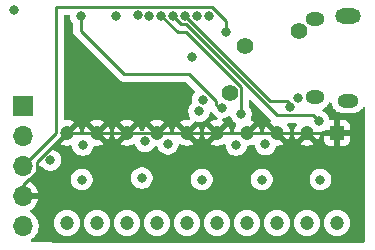
<source format=gbr>
%TF.GenerationSoftware,KiCad,Pcbnew,9.0.3*%
%TF.CreationDate,2025-08-22T13:27:39-06:00*%
%TF.ProjectId,SWAG_BAR_LED_ARM,53574147-5f42-4415-925f-4c45445f4152,rev?*%
%TF.SameCoordinates,Original*%
%TF.FileFunction,Copper,L2,Inr*%
%TF.FilePolarity,Positive*%
%FSLAX46Y46*%
G04 Gerber Fmt 4.6, Leading zero omitted, Abs format (unit mm)*
G04 Created by KiCad (PCBNEW 9.0.3) date 2025-08-22 13:27:39*
%MOMM*%
%LPD*%
G01*
G04 APERTURE LIST*
%TA.AperFunction,ComponentPad*%
%ADD10C,1.400000*%
%TD*%
%TA.AperFunction,ComponentPad*%
%ADD11O,1.800000X1.150000*%
%TD*%
%TA.AperFunction,ComponentPad*%
%ADD12O,1.600000X1.200000*%
%TD*%
%TA.AperFunction,ComponentPad*%
%ADD13O,2.200000X1.300000*%
%TD*%
%TA.AperFunction,ComponentPad*%
%ADD14R,1.700000X1.700000*%
%TD*%
%TA.AperFunction,ComponentPad*%
%ADD15O,1.700000X1.700000*%
%TD*%
%TA.AperFunction,ComponentPad*%
%ADD16R,1.200000X1.200000*%
%TD*%
%TA.AperFunction,ComponentPad*%
%ADD17C,1.200000*%
%TD*%
%TA.AperFunction,ViaPad*%
%ADD18C,0.800000*%
%TD*%
%TA.AperFunction,Conductor*%
%ADD19C,0.250000*%
%TD*%
G04 APERTURE END LIST*
D10*
%TO.N,/D-*%
%TO.C,TP3*%
X96000000Y-96650000D03*
%TD*%
%TO.N,+5V*%
%TO.C,TP2*%
X101800000Y-91450000D03*
%TD*%
%TO.N,/D+*%
%TO.C,TP1*%
X97300000Y-92700000D03*
%TD*%
D11*
%TO.N,GND*%
%TO.C,J3*%
X105979000Y-97326000D03*
D12*
X103179000Y-97026000D03*
X103179000Y-90426000D03*
D13*
X105979000Y-90126000D03*
%TD*%
D14*
%TO.N,/SWDIO*%
%TO.C,J1*%
X78435200Y-97790000D03*
D15*
%TO.N,/SWCLK*%
X78435200Y-100330000D03*
%TO.N,/RST*%
X78435200Y-102870000D03*
%TO.N,+3V3*%
X78435200Y-105410000D03*
%TO.N,GND*%
X78435200Y-107950000D03*
%TD*%
D16*
%TO.N,+3V3*%
%TO.C,BAR1*%
X105048500Y-100056500D03*
D17*
X102508500Y-100056500D03*
X99968500Y-100056500D03*
X97428500Y-100056500D03*
X94888500Y-100056500D03*
X92348500Y-100056500D03*
X89808500Y-100056500D03*
X87268500Y-100056500D03*
X84728500Y-100056500D03*
X82188500Y-100056500D03*
%TO.N,/L9*%
X82188500Y-107676500D03*
%TO.N,/L8*%
X84728500Y-107676500D03*
%TO.N,/L7*%
X87268500Y-107676500D03*
%TO.N,/L6*%
X89808500Y-107676500D03*
%TO.N,/L5*%
X92348500Y-107676500D03*
%TO.N,/L4*%
X94888500Y-107676500D03*
%TO.N,/L3*%
X97428500Y-107676500D03*
%TO.N,/L2*%
X99968500Y-107676500D03*
%TO.N,/L1*%
X102508500Y-107676500D03*
%TO.N,/L0*%
X105048500Y-107676500D03*
%TD*%
D18*
%TO.N,+5V*%
X101784553Y-97135995D03*
%TO.N,/SWDIO*%
X93170397Y-90132500D03*
%TO.N,/SWCLK*%
X77673200Y-89662000D03*
X94169900Y-90132500D03*
%TO.N,GND*%
X88519000Y-103886000D03*
X92811600Y-93675200D03*
X83439000Y-104013000D03*
X103632000Y-104013000D03*
X98679000Y-104013000D03*
X93599000Y-104013000D03*
%TO.N,/RST*%
X95632674Y-91525171D03*
%TO.N,/Sig_L1*%
X103505000Y-99060000D03*
X91171391Y-90132500D03*
%TO.N,/Sig_L0*%
X92170894Y-90132500D03*
X101087601Y-97852418D03*
%TO.N,/Sig_L8*%
X88803124Y-100780607D03*
X80782949Y-102359649D03*
%TO.N,/SW_1*%
X93675200Y-97282000D03*
X86309200Y-90132000D03*
%TO.N,/Sig_L9*%
X90728800Y-100987501D03*
X83515200Y-101092000D03*
%TO.N,/Sig_L2*%
X90171888Y-90132500D03*
X96520000Y-101092000D03*
X96926400Y-98450400D03*
%TO.N,/Sig_L3*%
X89172385Y-90132500D03*
X98990102Y-101021797D03*
%TO.N,/Sig_L4*%
X93364044Y-98231352D03*
X88188800Y-90119200D03*
%TO.N,/Sig_L5*%
X83341586Y-90132500D03*
X95315818Y-97923465D03*
%TD*%
D19*
%TO.N,/Sig_L5*%
X83341586Y-91397960D02*
X83341586Y-90132500D01*
X87026514Y-95082888D02*
X83341586Y-91397960D01*
X94792800Y-97374295D02*
X92501393Y-95082888D01*
X92501393Y-95082888D02*
X87026514Y-95082888D01*
X94792800Y-97642800D02*
X94792800Y-97374295D01*
X95073465Y-97923465D02*
X94792800Y-97642800D01*
X95315818Y-97923465D02*
X95073465Y-97923465D01*
%TO.N,+3V3*%
X78435200Y-105410000D02*
X78435200Y-104495600D01*
X102508500Y-100056500D02*
X94888500Y-100056500D01*
X84728500Y-100056500D02*
X82188500Y-100056500D01*
X78435200Y-104495600D02*
X78885800Y-104045000D01*
X89808500Y-100056500D02*
X87268500Y-100056500D01*
X78921901Y-104045000D02*
X79610200Y-103356701D01*
X78885800Y-104045000D02*
X78921901Y-104045000D01*
X105048500Y-100056500D02*
X102508500Y-100056500D01*
X82042000Y-100203000D02*
X82188500Y-100056500D01*
X94888500Y-100056500D02*
X92348500Y-100056500D01*
X79610200Y-102507800D02*
X82061500Y-100056500D01*
X79610200Y-103356701D02*
X79610200Y-102507800D01*
X92348500Y-100056500D02*
X89808500Y-100056500D01*
X82061500Y-100056500D02*
X82188500Y-100056500D01*
X87268500Y-100056500D02*
X84728500Y-100056500D01*
%TO.N,/RST*%
X86007895Y-89408000D02*
X81263500Y-89408000D01*
X95632674Y-90569969D02*
X94470705Y-89408000D01*
X88502905Y-89408000D02*
X88489105Y-89394200D01*
X86021695Y-89394200D02*
X86007895Y-89408000D01*
X94470705Y-89408000D02*
X88502905Y-89408000D01*
X81263500Y-100041700D02*
X78435200Y-102870000D01*
X81263500Y-89408000D02*
X81263500Y-100041700D01*
X88489105Y-89394200D02*
X86021695Y-89394200D01*
X95632674Y-91525171D02*
X95632674Y-90569969D01*
%TO.N,/Sig_L1*%
X99953614Y-98577418D02*
X103022418Y-98577418D01*
X91171391Y-90158302D02*
X91870589Y-90857500D01*
X91171391Y-90132500D02*
X91171391Y-90158302D01*
X92233696Y-90857500D02*
X99953614Y-98577418D01*
X103022418Y-98577418D02*
X103505000Y-99060000D01*
X91870589Y-90857500D02*
X92233696Y-90857500D01*
%TO.N,/Sig_L0*%
X99396192Y-97383600D02*
X100888800Y-97383600D01*
X100888800Y-97653617D02*
X101087601Y-97852418D01*
X92170894Y-90158302D02*
X99396192Y-97383600D01*
X92170894Y-90132500D02*
X92170894Y-90158302D01*
X100888800Y-97383600D02*
X100888800Y-97653617D01*
%TO.N,/Sig_L2*%
X92292500Y-91552700D02*
X91566286Y-91552700D01*
X96926400Y-96186600D02*
X92292500Y-91552700D01*
X96926400Y-98450400D02*
X96926400Y-96186600D01*
X91566286Y-91552700D02*
X90171888Y-90158302D01*
X90171888Y-90158302D02*
X90171888Y-90132500D01*
%TD*%
%TA.AperFunction,Conductor*%
%TO.N,+3V3*%
G36*
X82376125Y-90061185D02*
G01*
X82421880Y-90113989D01*
X82433086Y-90165500D01*
X82433086Y-90221983D01*
X82467997Y-90397492D01*
X82467999Y-90397500D01*
X82536482Y-90562832D01*
X82536487Y-90562842D01*
X82635907Y-90711634D01*
X82635910Y-90711638D01*
X82671766Y-90747493D01*
X82705252Y-90808815D01*
X82708086Y-90835175D01*
X82708086Y-91460358D01*
X82732429Y-91582737D01*
X82732431Y-91582745D01*
X82780184Y-91698032D01*
X82780189Y-91698041D01*
X82849514Y-91801792D01*
X82849517Y-91801796D01*
X86534443Y-95486721D01*
X86583357Y-95535635D01*
X86622682Y-95574960D01*
X86726432Y-95644284D01*
X86726438Y-95644287D01*
X86726439Y-95644288D01*
X86841729Y-95692043D01*
X86964115Y-95716387D01*
X86964119Y-95716388D01*
X86964120Y-95716388D01*
X92187627Y-95716388D01*
X92254666Y-95736073D01*
X92275308Y-95752707D01*
X93009812Y-96487211D01*
X93043297Y-96548534D01*
X93038313Y-96618226D01*
X93009813Y-96662572D01*
X92969525Y-96702860D01*
X92969521Y-96702865D01*
X92870101Y-96851657D01*
X92870096Y-96851667D01*
X92801613Y-97016999D01*
X92801611Y-97017007D01*
X92766700Y-97192516D01*
X92766700Y-97192521D01*
X92766700Y-97371479D01*
X92778160Y-97429097D01*
X92782373Y-97450274D01*
X92776144Y-97519865D01*
X92748437Y-97562145D01*
X92658365Y-97652217D01*
X92558945Y-97801009D01*
X92558940Y-97801019D01*
X92490457Y-97966351D01*
X92490455Y-97966359D01*
X92455544Y-98141868D01*
X92455544Y-98320835D01*
X92490455Y-98496344D01*
X92490457Y-98496352D01*
X92558940Y-98661684D01*
X92558945Y-98661694D01*
X92636406Y-98777622D01*
X92657284Y-98844300D01*
X92638799Y-98911680D01*
X92586821Y-98958370D01*
X92517851Y-98969546D01*
X92513906Y-98968986D01*
X92435071Y-98956500D01*
X92261929Y-98956500D01*
X92090915Y-98983585D01*
X91926240Y-99037092D01*
X91771980Y-99115693D01*
X91771963Y-99115703D01*
X91765761Y-99120208D01*
X91765761Y-99120209D01*
X92254036Y-99608483D01*
X92172027Y-99630458D01*
X92067773Y-99690649D01*
X91982649Y-99775773D01*
X91922458Y-99880027D01*
X91900483Y-99962036D01*
X91412209Y-99473761D01*
X91412208Y-99473761D01*
X91407703Y-99479963D01*
X91407693Y-99479980D01*
X91329092Y-99634240D01*
X91275585Y-99798915D01*
X91248500Y-99969928D01*
X91248500Y-100033835D01*
X91239309Y-100065133D01*
X91231344Y-100096766D01*
X91229519Y-100098475D01*
X91228815Y-100100874D01*
X91204170Y-100122228D01*
X91180360Y-100144540D01*
X91177900Y-100144991D01*
X91176011Y-100146629D01*
X91143719Y-100151272D01*
X91111641Y-100157166D01*
X91108415Y-100156348D01*
X91106853Y-100156573D01*
X91077415Y-100148548D01*
X91077211Y-100148464D01*
X90993800Y-100113914D01*
X90992317Y-100113619D01*
X90985415Y-100110786D01*
X90962538Y-100092471D01*
X90938042Y-100076407D01*
X90935585Y-100070894D01*
X90930871Y-100067120D01*
X90921528Y-100039346D01*
X90909604Y-100012586D01*
X90908879Y-100001744D01*
X90908594Y-100000897D01*
X90908774Y-100000179D01*
X90908500Y-99996073D01*
X90908500Y-99969928D01*
X90881414Y-99798915D01*
X90827908Y-99634242D01*
X90749301Y-99479971D01*
X90744790Y-99473762D01*
X90744789Y-99473761D01*
X90256516Y-99962035D01*
X90234542Y-99880027D01*
X90174351Y-99775773D01*
X90089227Y-99690649D01*
X89984973Y-99630458D01*
X89902963Y-99608483D01*
X90391237Y-99120209D01*
X90385025Y-99115696D01*
X90230759Y-99037092D01*
X90066084Y-98983585D01*
X89895071Y-98956500D01*
X89721929Y-98956500D01*
X89550915Y-98983585D01*
X89386240Y-99037092D01*
X89231980Y-99115693D01*
X89231963Y-99115703D01*
X89225761Y-99120208D01*
X89225761Y-99120209D01*
X89714036Y-99608483D01*
X89632027Y-99630458D01*
X89527773Y-99690649D01*
X89442649Y-99775773D01*
X89382458Y-99880027D01*
X89360483Y-99962036D01*
X88872209Y-99473761D01*
X88872208Y-99473761D01*
X88867703Y-99479963D01*
X88867693Y-99479980D01*
X88789092Y-99634240D01*
X88734136Y-99803378D01*
X88728563Y-99811526D01*
X88726753Y-99821229D01*
X88709171Y-99839886D01*
X88694698Y-99861053D01*
X88684327Y-99866251D01*
X88678836Y-99872079D01*
X88653529Y-99881689D01*
X88646148Y-99885389D01*
X88643266Y-99886106D01*
X88538124Y-99907020D01*
X88506379Y-99920168D01*
X88497402Y-99922403D01*
X88471357Y-99921316D01*
X88445439Y-99924102D01*
X88437010Y-99919882D01*
X88427593Y-99919490D01*
X88406270Y-99904494D01*
X88382961Y-99892826D01*
X88378151Y-99884719D01*
X88370441Y-99879297D01*
X88360610Y-99855154D01*
X88347310Y-99832736D01*
X88344985Y-99821469D01*
X88341412Y-99798910D01*
X88287908Y-99634242D01*
X88209301Y-99479971D01*
X88204790Y-99473762D01*
X88204789Y-99473761D01*
X87716516Y-99962035D01*
X87694542Y-99880027D01*
X87634351Y-99775773D01*
X87549227Y-99690649D01*
X87444973Y-99630458D01*
X87362963Y-99608483D01*
X87851237Y-99120209D01*
X87845025Y-99115696D01*
X87690759Y-99037092D01*
X87526084Y-98983585D01*
X87355071Y-98956500D01*
X87181929Y-98956500D01*
X87010915Y-98983585D01*
X86846240Y-99037092D01*
X86691980Y-99115693D01*
X86691963Y-99115703D01*
X86685761Y-99120208D01*
X86685761Y-99120209D01*
X87174036Y-99608483D01*
X87092027Y-99630458D01*
X86987773Y-99690649D01*
X86902649Y-99775773D01*
X86842458Y-99880027D01*
X86820483Y-99962036D01*
X86332209Y-99473761D01*
X86332208Y-99473761D01*
X86327703Y-99479963D01*
X86327693Y-99479980D01*
X86249092Y-99634240D01*
X86195585Y-99798915D01*
X86168500Y-99969928D01*
X86168500Y-100143071D01*
X86195585Y-100314084D01*
X86249092Y-100478759D01*
X86327696Y-100633025D01*
X86332209Y-100639236D01*
X86332209Y-100639237D01*
X86820483Y-100150963D01*
X86842458Y-100232973D01*
X86902649Y-100337227D01*
X86987773Y-100422351D01*
X87092027Y-100482542D01*
X87174035Y-100504516D01*
X86685761Y-100992789D01*
X86685762Y-100992790D01*
X86691971Y-100997301D01*
X86846242Y-101075908D01*
X87010915Y-101129414D01*
X87181929Y-101156500D01*
X87355071Y-101156500D01*
X87526084Y-101129414D01*
X87690759Y-101075907D01*
X87778765Y-101031065D01*
X87847434Y-101018168D01*
X87912175Y-101044444D01*
X87949622Y-101094096D01*
X87998020Y-101210939D01*
X87998025Y-101210949D01*
X88097445Y-101359741D01*
X88097448Y-101359745D01*
X88223985Y-101486282D01*
X88223989Y-101486285D01*
X88372781Y-101585705D01*
X88372785Y-101585707D01*
X88372788Y-101585709D01*
X88538124Y-101654194D01*
X88713640Y-101689106D01*
X88713644Y-101689107D01*
X88713645Y-101689107D01*
X88892604Y-101689107D01*
X88892605Y-101689106D01*
X89068124Y-101654194D01*
X89233460Y-101585709D01*
X89382259Y-101486285D01*
X89508802Y-101359742D01*
X89608090Y-101211146D01*
X89615135Y-101205258D01*
X89619116Y-101196983D01*
X89641516Y-101183210D01*
X89661700Y-101166342D01*
X89672392Y-101164227D01*
X89678636Y-101160388D01*
X89703670Y-101158039D01*
X89713664Y-101156063D01*
X89736826Y-101156525D01*
X89769019Y-101166679D01*
X89801392Y-101176185D01*
X89802232Y-101177155D01*
X89803459Y-101177542D01*
X89825062Y-101203502D01*
X89847147Y-101228989D01*
X89847701Y-101230707D01*
X89848152Y-101231248D01*
X89848322Y-101232628D01*
X89852909Y-101246831D01*
X89853444Y-101246669D01*
X89855213Y-101252501D01*
X89923696Y-101417833D01*
X89923701Y-101417843D01*
X90023121Y-101566635D01*
X90023124Y-101566639D01*
X90149661Y-101693176D01*
X90149665Y-101693179D01*
X90298457Y-101792599D01*
X90298461Y-101792601D01*
X90298464Y-101792603D01*
X90463800Y-101861088D01*
X90636214Y-101895383D01*
X90639316Y-101896000D01*
X90639320Y-101896001D01*
X90639321Y-101896001D01*
X90818280Y-101896001D01*
X90818281Y-101896000D01*
X90993800Y-101861088D01*
X91159136Y-101792603D01*
X91307935Y-101693179D01*
X91434478Y-101566636D01*
X91533902Y-101417837D01*
X91602387Y-101252501D01*
X91632126Y-101102992D01*
X91664510Y-101041081D01*
X91725226Y-101006507D01*
X91794995Y-101010246D01*
X91810038Y-101016698D01*
X91926242Y-101075908D01*
X92090915Y-101129414D01*
X92261929Y-101156500D01*
X92435071Y-101156500D01*
X92606084Y-101129414D01*
X92770757Y-101075908D01*
X92925025Y-100997303D01*
X92931236Y-100992789D01*
X92442963Y-100504516D01*
X92524973Y-100482542D01*
X92629227Y-100422351D01*
X92714351Y-100337227D01*
X92774542Y-100232973D01*
X92796516Y-100150964D01*
X93284789Y-100639237D01*
X93284789Y-100639236D01*
X93289303Y-100633025D01*
X93367908Y-100478757D01*
X93421414Y-100314084D01*
X93448500Y-100143071D01*
X93448500Y-99969928D01*
X93421414Y-99798915D01*
X93367908Y-99634242D01*
X93289301Y-99479971D01*
X93284790Y-99473762D01*
X93284789Y-99473761D01*
X92796516Y-99962035D01*
X92774542Y-99880027D01*
X92714351Y-99775773D01*
X92629227Y-99690649D01*
X92524973Y-99630458D01*
X92442963Y-99608483D01*
X92932598Y-99118848D01*
X92993921Y-99085363D01*
X93063612Y-99090347D01*
X93067692Y-99091952D01*
X93099044Y-99104939D01*
X93269372Y-99138819D01*
X93274560Y-99139851D01*
X93274564Y-99139852D01*
X93274565Y-99139852D01*
X93453524Y-99139852D01*
X93453525Y-99139851D01*
X93629044Y-99104939D01*
X93794380Y-99036454D01*
X93943179Y-98937030D01*
X94069722Y-98810487D01*
X94169146Y-98661688D01*
X94237631Y-98496352D01*
X94265634Y-98355566D01*
X94298018Y-98293658D01*
X94358734Y-98259084D01*
X94428503Y-98262823D01*
X94485175Y-98303689D01*
X94501811Y-98332305D01*
X94510713Y-98353795D01*
X94510719Y-98353807D01*
X94610139Y-98502599D01*
X94610142Y-98502603D01*
X94736682Y-98629143D01*
X94886725Y-98729398D01*
X94931530Y-98783010D01*
X94940237Y-98852335D01*
X94910083Y-98915362D01*
X94850640Y-98952082D01*
X94817834Y-98956500D01*
X94801929Y-98956500D01*
X94630915Y-98983585D01*
X94466240Y-99037092D01*
X94311980Y-99115693D01*
X94311963Y-99115703D01*
X94305761Y-99120208D01*
X94305761Y-99120209D01*
X94794036Y-99608483D01*
X94712027Y-99630458D01*
X94607773Y-99690649D01*
X94522649Y-99775773D01*
X94462458Y-99880027D01*
X94440483Y-99962036D01*
X93952209Y-99473761D01*
X93952208Y-99473761D01*
X93947703Y-99479963D01*
X93947693Y-99479980D01*
X93869092Y-99634240D01*
X93815585Y-99798915D01*
X93788500Y-99969928D01*
X93788500Y-100143071D01*
X93815585Y-100314084D01*
X93869092Y-100478759D01*
X93947696Y-100633025D01*
X93952209Y-100639236D01*
X93952209Y-100639237D01*
X94440483Y-100150963D01*
X94462458Y-100232973D01*
X94522649Y-100337227D01*
X94607773Y-100422351D01*
X94712027Y-100482542D01*
X94794035Y-100504516D01*
X94305761Y-100992789D01*
X94305762Y-100992790D01*
X94311971Y-100997301D01*
X94466242Y-101075908D01*
X94630915Y-101129414D01*
X94801929Y-101156500D01*
X94975071Y-101156500D01*
X95146084Y-101129414D01*
X95310757Y-101075908D01*
X95431205Y-101014536D01*
X95499874Y-101001640D01*
X95564614Y-101027916D01*
X95604872Y-101085022D01*
X95611500Y-101125021D01*
X95611500Y-101181483D01*
X95646411Y-101356992D01*
X95646413Y-101357000D01*
X95714896Y-101522332D01*
X95714901Y-101522342D01*
X95814321Y-101671134D01*
X95814324Y-101671138D01*
X95940861Y-101797675D01*
X95940865Y-101797678D01*
X96089657Y-101897098D01*
X96089661Y-101897100D01*
X96089664Y-101897102D01*
X96255000Y-101965587D01*
X96430516Y-102000499D01*
X96430520Y-102000500D01*
X96430521Y-102000500D01*
X96609480Y-102000500D01*
X96609481Y-102000499D01*
X96785000Y-101965587D01*
X96950336Y-101897102D01*
X97099135Y-101797678D01*
X97225678Y-101671135D01*
X97325102Y-101522336D01*
X97393587Y-101357000D01*
X97413954Y-101254605D01*
X97446338Y-101192696D01*
X97507054Y-101158122D01*
X97516173Y-101156325D01*
X97686085Y-101129413D01*
X97850756Y-101075908D01*
X97908013Y-101046733D01*
X97976682Y-101033836D01*
X98041423Y-101060111D01*
X98081681Y-101117216D01*
X98085927Y-101133025D01*
X98116513Y-101286791D01*
X98116515Y-101286797D01*
X98184998Y-101452129D01*
X98185003Y-101452139D01*
X98284423Y-101600931D01*
X98284426Y-101600935D01*
X98410963Y-101727472D01*
X98410967Y-101727475D01*
X98559759Y-101826895D01*
X98559763Y-101826897D01*
X98559766Y-101826899D01*
X98725102Y-101895384D01*
X98895641Y-101929306D01*
X98900618Y-101930296D01*
X98900622Y-101930297D01*
X98900623Y-101930297D01*
X99079582Y-101930297D01*
X99079583Y-101930296D01*
X99255102Y-101895384D01*
X99420438Y-101826899D01*
X99569237Y-101727475D01*
X99695780Y-101600932D01*
X99795204Y-101452133D01*
X99863689Y-101286797D01*
X99867669Y-101266789D01*
X99869754Y-101256309D01*
X99902139Y-101194398D01*
X99962855Y-101159824D01*
X99991371Y-101156500D01*
X100055071Y-101156500D01*
X100226084Y-101129414D01*
X100390757Y-101075908D01*
X100545025Y-100997303D01*
X100551237Y-100992789D01*
X100062963Y-100504516D01*
X100144973Y-100482542D01*
X100249227Y-100422351D01*
X100334351Y-100337227D01*
X100394542Y-100232973D01*
X100416516Y-100150963D01*
X100904789Y-100639236D01*
X100909303Y-100633025D01*
X100987908Y-100478757D01*
X101041414Y-100314084D01*
X101068500Y-100143071D01*
X101068500Y-99969928D01*
X101041414Y-99798915D01*
X100987908Y-99634242D01*
X100909301Y-99479971D01*
X100856869Y-99407803D01*
X100833389Y-99341997D01*
X100849215Y-99273943D01*
X100899321Y-99225248D01*
X100957187Y-99210918D01*
X101519813Y-99210918D01*
X101586852Y-99230603D01*
X101632607Y-99283407D01*
X101642551Y-99352565D01*
X101620131Y-99407803D01*
X101567698Y-99479971D01*
X101489091Y-99634242D01*
X101435585Y-99798915D01*
X101408500Y-99969928D01*
X101408500Y-100143071D01*
X101435585Y-100314084D01*
X101489092Y-100478759D01*
X101567696Y-100633025D01*
X101572209Y-100639236D01*
X101572209Y-100639237D01*
X102060483Y-100150962D01*
X102082458Y-100232973D01*
X102142649Y-100337227D01*
X102227773Y-100422351D01*
X102332027Y-100482542D01*
X102414035Y-100504516D01*
X101925761Y-100992789D01*
X101925762Y-100992790D01*
X101931971Y-100997301D01*
X102086242Y-101075908D01*
X102250915Y-101129414D01*
X102421929Y-101156500D01*
X102595071Y-101156500D01*
X102766084Y-101129414D01*
X102930757Y-101075908D01*
X103085025Y-100997303D01*
X103091236Y-100992789D01*
X103091237Y-100992789D01*
X102602964Y-100504516D01*
X102684973Y-100482542D01*
X102789227Y-100422351D01*
X102874351Y-100337227D01*
X102934542Y-100232973D01*
X102956516Y-100150963D01*
X103444789Y-100639236D01*
X103449303Y-100633025D01*
X103527908Y-100478757D01*
X103581414Y-100314084D01*
X103593823Y-100235740D01*
X103593823Y-100235739D01*
X103608500Y-100143072D01*
X103608500Y-100067475D01*
X103628185Y-100000436D01*
X103680989Y-99954681D01*
X103708303Y-99945859D01*
X103770000Y-99933587D01*
X103935336Y-99865102D01*
X103991765Y-99827397D01*
X104058441Y-99806520D01*
X104060655Y-99806500D01*
X104664909Y-99806500D01*
X104622458Y-99880027D01*
X104591300Y-99996308D01*
X104591300Y-100116692D01*
X104622458Y-100232973D01*
X104664909Y-100306500D01*
X103948500Y-100306500D01*
X103948500Y-100704344D01*
X103954901Y-100763872D01*
X103954903Y-100763879D01*
X104005145Y-100898586D01*
X104005149Y-100898593D01*
X104091309Y-101013687D01*
X104091312Y-101013690D01*
X104206406Y-101099850D01*
X104206413Y-101099854D01*
X104341120Y-101150096D01*
X104341127Y-101150098D01*
X104400655Y-101156499D01*
X104400672Y-101156500D01*
X104798500Y-101156500D01*
X104798500Y-100440091D01*
X104872027Y-100482542D01*
X104988308Y-100513700D01*
X105108692Y-100513700D01*
X105224973Y-100482542D01*
X105298500Y-100440091D01*
X105298500Y-101156500D01*
X105696328Y-101156500D01*
X105696344Y-101156499D01*
X105755872Y-101150098D01*
X105755879Y-101150096D01*
X105890586Y-101099854D01*
X105890593Y-101099850D01*
X106005687Y-101013690D01*
X106005690Y-101013687D01*
X106091850Y-100898593D01*
X106091854Y-100898586D01*
X106142096Y-100763879D01*
X106142098Y-100763872D01*
X106148499Y-100704344D01*
X106148500Y-100704327D01*
X106148500Y-100306500D01*
X105432091Y-100306500D01*
X105474542Y-100232973D01*
X105505700Y-100116692D01*
X105505700Y-99996308D01*
X105474542Y-99880027D01*
X105432091Y-99806500D01*
X106148500Y-99806500D01*
X106148500Y-99408672D01*
X106148499Y-99408655D01*
X106142098Y-99349127D01*
X106142096Y-99349120D01*
X106091854Y-99214413D01*
X106091850Y-99214406D01*
X106005690Y-99099312D01*
X106005687Y-99099309D01*
X105890593Y-99013149D01*
X105890586Y-99013145D01*
X105755879Y-98962903D01*
X105755872Y-98962901D01*
X105696344Y-98956500D01*
X105298500Y-98956500D01*
X105298500Y-99672908D01*
X105224973Y-99630458D01*
X105108692Y-99599300D01*
X104988308Y-99599300D01*
X104872027Y-99630458D01*
X104798500Y-99672908D01*
X104798500Y-98956500D01*
X104512475Y-98956500D01*
X104445436Y-98936815D01*
X104399681Y-98884011D01*
X104390859Y-98856696D01*
X104378587Y-98795000D01*
X104310102Y-98629664D01*
X104310100Y-98629661D01*
X104310098Y-98629657D01*
X104210678Y-98480865D01*
X104210675Y-98480861D01*
X104084138Y-98354324D01*
X104084134Y-98354321D01*
X103935342Y-98254901D01*
X103935332Y-98254896D01*
X103893424Y-98237537D01*
X103839020Y-98193695D01*
X103816956Y-98127401D01*
X103834236Y-98059702D01*
X103884581Y-98012492D01*
X103959981Y-97974074D01*
X104101139Y-97871517D01*
X104224517Y-97748139D01*
X104327074Y-97606981D01*
X104363165Y-97536148D01*
X104411138Y-97485354D01*
X104478959Y-97468558D01*
X104545094Y-97491095D01*
X104588546Y-97545810D01*
X104596121Y-97573038D01*
X104597179Y-97579716D01*
X104649881Y-97741916D01*
X104649885Y-97741926D01*
X104727306Y-97893874D01*
X104727310Y-97893882D01*
X104740817Y-97912472D01*
X104827553Y-98031853D01*
X104948147Y-98152447D01*
X105004920Y-98193695D01*
X105086117Y-98252689D01*
X105086119Y-98252690D01*
X105086122Y-98252692D01*
X105238081Y-98330118D01*
X105400280Y-98382820D01*
X105568727Y-98409500D01*
X105568728Y-98409500D01*
X106389272Y-98409500D01*
X106389273Y-98409500D01*
X106557720Y-98382820D01*
X106719919Y-98330118D01*
X106871878Y-98252692D01*
X107009853Y-98152447D01*
X107130447Y-98031853D01*
X107217183Y-97912470D01*
X107272512Y-97869807D01*
X107342125Y-97863828D01*
X107403920Y-97896434D01*
X107438278Y-97957273D01*
X107441500Y-97985358D01*
X107441500Y-109222500D01*
X107421815Y-109289539D01*
X107369011Y-109335294D01*
X107317500Y-109346500D01*
X82629547Y-109346500D01*
X82629134Y-109346499D01*
X79221132Y-109335157D01*
X79154159Y-109315250D01*
X79108580Y-109262294D01*
X79098867Y-109193103D01*
X79128103Y-109129644D01*
X79148660Y-109110840D01*
X79181099Y-109087271D01*
X79320204Y-108986206D01*
X79471406Y-108835004D01*
X79597094Y-108662009D01*
X79694172Y-108471483D01*
X79760249Y-108268116D01*
X79793700Y-108056916D01*
X79793700Y-107843084D01*
X79760249Y-107631884D01*
X79760248Y-107631880D01*
X79757267Y-107622704D01*
X79746400Y-107589259D01*
X81080000Y-107589259D01*
X81080000Y-107763740D01*
X81107295Y-107936075D01*
X81161210Y-108102013D01*
X81161211Y-108102016D01*
X81240428Y-108257484D01*
X81342977Y-108398632D01*
X81342981Y-108398637D01*
X81466362Y-108522018D01*
X81466367Y-108522022D01*
X81589484Y-108611471D01*
X81607519Y-108624574D01*
X81680989Y-108662009D01*
X81762983Y-108703788D01*
X81762986Y-108703789D01*
X81824006Y-108723615D01*
X81928926Y-108757705D01*
X82101259Y-108785000D01*
X82101260Y-108785000D01*
X82275740Y-108785000D01*
X82275741Y-108785000D01*
X82448074Y-108757705D01*
X82614016Y-108703788D01*
X82769481Y-108624574D01*
X82910639Y-108522017D01*
X83034017Y-108398639D01*
X83136574Y-108257481D01*
X83215788Y-108102016D01*
X83269705Y-107936074D01*
X83297000Y-107763741D01*
X83297000Y-107589259D01*
X83620000Y-107589259D01*
X83620000Y-107763740D01*
X83647295Y-107936075D01*
X83701210Y-108102013D01*
X83701211Y-108102016D01*
X83780428Y-108257484D01*
X83882977Y-108398632D01*
X83882981Y-108398637D01*
X84006362Y-108522018D01*
X84006367Y-108522022D01*
X84129484Y-108611471D01*
X84147519Y-108624574D01*
X84220989Y-108662009D01*
X84302983Y-108703788D01*
X84302986Y-108703789D01*
X84364006Y-108723615D01*
X84468926Y-108757705D01*
X84641259Y-108785000D01*
X84641260Y-108785000D01*
X84815740Y-108785000D01*
X84815741Y-108785000D01*
X84988074Y-108757705D01*
X85154016Y-108703788D01*
X85309481Y-108624574D01*
X85450639Y-108522017D01*
X85574017Y-108398639D01*
X85676574Y-108257481D01*
X85755788Y-108102016D01*
X85809705Y-107936074D01*
X85837000Y-107763741D01*
X85837000Y-107589259D01*
X86160000Y-107589259D01*
X86160000Y-107763740D01*
X86187295Y-107936075D01*
X86241210Y-108102013D01*
X86241211Y-108102016D01*
X86320428Y-108257484D01*
X86422977Y-108398632D01*
X86422981Y-108398637D01*
X86546362Y-108522018D01*
X86546367Y-108522022D01*
X86669484Y-108611471D01*
X86687519Y-108624574D01*
X86760989Y-108662009D01*
X86842983Y-108703788D01*
X86842986Y-108703789D01*
X86904006Y-108723615D01*
X87008926Y-108757705D01*
X87181259Y-108785000D01*
X87181260Y-108785000D01*
X87355740Y-108785000D01*
X87355741Y-108785000D01*
X87528074Y-108757705D01*
X87694016Y-108703788D01*
X87849481Y-108624574D01*
X87990639Y-108522017D01*
X88114017Y-108398639D01*
X88216574Y-108257481D01*
X88295788Y-108102016D01*
X88349705Y-107936074D01*
X88377000Y-107763741D01*
X88377000Y-107589259D01*
X88700000Y-107589259D01*
X88700000Y-107763740D01*
X88727295Y-107936075D01*
X88781210Y-108102013D01*
X88781211Y-108102016D01*
X88860428Y-108257484D01*
X88962977Y-108398632D01*
X88962981Y-108398637D01*
X89086362Y-108522018D01*
X89086367Y-108522022D01*
X89209484Y-108611471D01*
X89227519Y-108624574D01*
X89300989Y-108662009D01*
X89382983Y-108703788D01*
X89382986Y-108703789D01*
X89444006Y-108723615D01*
X89548926Y-108757705D01*
X89721259Y-108785000D01*
X89721260Y-108785000D01*
X89895740Y-108785000D01*
X89895741Y-108785000D01*
X90068074Y-108757705D01*
X90234016Y-108703788D01*
X90389481Y-108624574D01*
X90530639Y-108522017D01*
X90654017Y-108398639D01*
X90756574Y-108257481D01*
X90835788Y-108102016D01*
X90889705Y-107936074D01*
X90917000Y-107763741D01*
X90917000Y-107589259D01*
X91240000Y-107589259D01*
X91240000Y-107763740D01*
X91267295Y-107936075D01*
X91321210Y-108102013D01*
X91321211Y-108102016D01*
X91400428Y-108257484D01*
X91502977Y-108398632D01*
X91502981Y-108398637D01*
X91626362Y-108522018D01*
X91626367Y-108522022D01*
X91749484Y-108611471D01*
X91767519Y-108624574D01*
X91840989Y-108662009D01*
X91922983Y-108703788D01*
X91922986Y-108703789D01*
X91984006Y-108723615D01*
X92088926Y-108757705D01*
X92261259Y-108785000D01*
X92261260Y-108785000D01*
X92435740Y-108785000D01*
X92435741Y-108785000D01*
X92608074Y-108757705D01*
X92774016Y-108703788D01*
X92929481Y-108624574D01*
X93070639Y-108522017D01*
X93194017Y-108398639D01*
X93296574Y-108257481D01*
X93375788Y-108102016D01*
X93429705Y-107936074D01*
X93457000Y-107763741D01*
X93457000Y-107589259D01*
X93780000Y-107589259D01*
X93780000Y-107763740D01*
X93807295Y-107936075D01*
X93861210Y-108102013D01*
X93861211Y-108102016D01*
X93940428Y-108257484D01*
X94042977Y-108398632D01*
X94042981Y-108398637D01*
X94166362Y-108522018D01*
X94166367Y-108522022D01*
X94289484Y-108611471D01*
X94307519Y-108624574D01*
X94380989Y-108662009D01*
X94462983Y-108703788D01*
X94462986Y-108703789D01*
X94524006Y-108723615D01*
X94628926Y-108757705D01*
X94801259Y-108785000D01*
X94801260Y-108785000D01*
X94975740Y-108785000D01*
X94975741Y-108785000D01*
X95148074Y-108757705D01*
X95314016Y-108703788D01*
X95469481Y-108624574D01*
X95610639Y-108522017D01*
X95734017Y-108398639D01*
X95836574Y-108257481D01*
X95915788Y-108102016D01*
X95969705Y-107936074D01*
X95997000Y-107763741D01*
X95997000Y-107589259D01*
X96320000Y-107589259D01*
X96320000Y-107763740D01*
X96347295Y-107936075D01*
X96401210Y-108102013D01*
X96401211Y-108102016D01*
X96480428Y-108257484D01*
X96582977Y-108398632D01*
X96582981Y-108398637D01*
X96706362Y-108522018D01*
X96706367Y-108522022D01*
X96829484Y-108611471D01*
X96847519Y-108624574D01*
X96920989Y-108662009D01*
X97002983Y-108703788D01*
X97002986Y-108703789D01*
X97064006Y-108723615D01*
X97168926Y-108757705D01*
X97341259Y-108785000D01*
X97341260Y-108785000D01*
X97515740Y-108785000D01*
X97515741Y-108785000D01*
X97688074Y-108757705D01*
X97854016Y-108703788D01*
X98009481Y-108624574D01*
X98150639Y-108522017D01*
X98274017Y-108398639D01*
X98376574Y-108257481D01*
X98455788Y-108102016D01*
X98509705Y-107936074D01*
X98537000Y-107763741D01*
X98537000Y-107589259D01*
X98860000Y-107589259D01*
X98860000Y-107763740D01*
X98887295Y-107936075D01*
X98941210Y-108102013D01*
X98941211Y-108102016D01*
X99020428Y-108257484D01*
X99122977Y-108398632D01*
X99122981Y-108398637D01*
X99246362Y-108522018D01*
X99246367Y-108522022D01*
X99369484Y-108611471D01*
X99387519Y-108624574D01*
X99460989Y-108662009D01*
X99542983Y-108703788D01*
X99542986Y-108703789D01*
X99604006Y-108723615D01*
X99708926Y-108757705D01*
X99881259Y-108785000D01*
X99881260Y-108785000D01*
X100055740Y-108785000D01*
X100055741Y-108785000D01*
X100228074Y-108757705D01*
X100394016Y-108703788D01*
X100549481Y-108624574D01*
X100690639Y-108522017D01*
X100814017Y-108398639D01*
X100916574Y-108257481D01*
X100995788Y-108102016D01*
X101049705Y-107936074D01*
X101077000Y-107763741D01*
X101077000Y-107589259D01*
X101400000Y-107589259D01*
X101400000Y-107763740D01*
X101427295Y-107936075D01*
X101481210Y-108102013D01*
X101481211Y-108102016D01*
X101560428Y-108257484D01*
X101662977Y-108398632D01*
X101662981Y-108398637D01*
X101786362Y-108522018D01*
X101786367Y-108522022D01*
X101909484Y-108611471D01*
X101927519Y-108624574D01*
X102000989Y-108662009D01*
X102082983Y-108703788D01*
X102082986Y-108703789D01*
X102144006Y-108723615D01*
X102248926Y-108757705D01*
X102421259Y-108785000D01*
X102421260Y-108785000D01*
X102595740Y-108785000D01*
X102595741Y-108785000D01*
X102768074Y-108757705D01*
X102934016Y-108703788D01*
X103089481Y-108624574D01*
X103230639Y-108522017D01*
X103354017Y-108398639D01*
X103456574Y-108257481D01*
X103535788Y-108102016D01*
X103589705Y-107936074D01*
X103617000Y-107763741D01*
X103617000Y-107589259D01*
X103940000Y-107589259D01*
X103940000Y-107763740D01*
X103967295Y-107936075D01*
X104021210Y-108102013D01*
X104021211Y-108102016D01*
X104100428Y-108257484D01*
X104202977Y-108398632D01*
X104202981Y-108398637D01*
X104326362Y-108522018D01*
X104326367Y-108522022D01*
X104449484Y-108611471D01*
X104467519Y-108624574D01*
X104540989Y-108662009D01*
X104622983Y-108703788D01*
X104622986Y-108703789D01*
X104684006Y-108723615D01*
X104788926Y-108757705D01*
X104961259Y-108785000D01*
X104961260Y-108785000D01*
X105135740Y-108785000D01*
X105135741Y-108785000D01*
X105308074Y-108757705D01*
X105474016Y-108703788D01*
X105629481Y-108624574D01*
X105770639Y-108522017D01*
X105894017Y-108398639D01*
X105996574Y-108257481D01*
X106075788Y-108102016D01*
X106129705Y-107936074D01*
X106157000Y-107763741D01*
X106157000Y-107589259D01*
X106129705Y-107416926D01*
X106075788Y-107250984D01*
X106075788Y-107250983D01*
X106040756Y-107182231D01*
X105996574Y-107095519D01*
X105974396Y-107064993D01*
X105894022Y-106954367D01*
X105894018Y-106954362D01*
X105770637Y-106830981D01*
X105770632Y-106830977D01*
X105629484Y-106728428D01*
X105629483Y-106728427D01*
X105629481Y-106728426D01*
X105556084Y-106691028D01*
X105474016Y-106649211D01*
X105474013Y-106649210D01*
X105308075Y-106595295D01*
X105221907Y-106581647D01*
X105135741Y-106568000D01*
X104961259Y-106568000D01*
X104903814Y-106577098D01*
X104788924Y-106595295D01*
X104622986Y-106649210D01*
X104622983Y-106649211D01*
X104467515Y-106728428D01*
X104326367Y-106830977D01*
X104326362Y-106830981D01*
X104202981Y-106954362D01*
X104202977Y-106954367D01*
X104100428Y-107095515D01*
X104021211Y-107250983D01*
X104021210Y-107250986D01*
X103967295Y-107416924D01*
X103940000Y-107589259D01*
X103617000Y-107589259D01*
X103589705Y-107416926D01*
X103535788Y-107250984D01*
X103535788Y-107250983D01*
X103500756Y-107182231D01*
X103456574Y-107095519D01*
X103434396Y-107064993D01*
X103354022Y-106954367D01*
X103354018Y-106954362D01*
X103230637Y-106830981D01*
X103230632Y-106830977D01*
X103089484Y-106728428D01*
X103089483Y-106728427D01*
X103089481Y-106728426D01*
X103016084Y-106691028D01*
X102934016Y-106649211D01*
X102934013Y-106649210D01*
X102768075Y-106595295D01*
X102681907Y-106581647D01*
X102595741Y-106568000D01*
X102421259Y-106568000D01*
X102363814Y-106577098D01*
X102248924Y-106595295D01*
X102082986Y-106649210D01*
X102082983Y-106649211D01*
X101927515Y-106728428D01*
X101786367Y-106830977D01*
X101786362Y-106830981D01*
X101662981Y-106954362D01*
X101662977Y-106954367D01*
X101560428Y-107095515D01*
X101481211Y-107250983D01*
X101481210Y-107250986D01*
X101427295Y-107416924D01*
X101400000Y-107589259D01*
X101077000Y-107589259D01*
X101049705Y-107416926D01*
X100995788Y-107250984D01*
X100995788Y-107250983D01*
X100960756Y-107182231D01*
X100916574Y-107095519D01*
X100894396Y-107064993D01*
X100814022Y-106954367D01*
X100814018Y-106954362D01*
X100690637Y-106830981D01*
X100690632Y-106830977D01*
X100549484Y-106728428D01*
X100549483Y-106728427D01*
X100549481Y-106728426D01*
X100476084Y-106691028D01*
X100394016Y-106649211D01*
X100394013Y-106649210D01*
X100228075Y-106595295D01*
X100141907Y-106581647D01*
X100055741Y-106568000D01*
X99881259Y-106568000D01*
X99823814Y-106577098D01*
X99708924Y-106595295D01*
X99542986Y-106649210D01*
X99542983Y-106649211D01*
X99387515Y-106728428D01*
X99246367Y-106830977D01*
X99246362Y-106830981D01*
X99122981Y-106954362D01*
X99122977Y-106954367D01*
X99020428Y-107095515D01*
X98941211Y-107250983D01*
X98941210Y-107250986D01*
X98887295Y-107416924D01*
X98860000Y-107589259D01*
X98537000Y-107589259D01*
X98509705Y-107416926D01*
X98455788Y-107250984D01*
X98455788Y-107250983D01*
X98420756Y-107182231D01*
X98376574Y-107095519D01*
X98354396Y-107064993D01*
X98274022Y-106954367D01*
X98274018Y-106954362D01*
X98150637Y-106830981D01*
X98150632Y-106830977D01*
X98009484Y-106728428D01*
X98009483Y-106728427D01*
X98009481Y-106728426D01*
X97936084Y-106691028D01*
X97854016Y-106649211D01*
X97854013Y-106649210D01*
X97688075Y-106595295D01*
X97601907Y-106581647D01*
X97515741Y-106568000D01*
X97341259Y-106568000D01*
X97283814Y-106577098D01*
X97168924Y-106595295D01*
X97002986Y-106649210D01*
X97002983Y-106649211D01*
X96847515Y-106728428D01*
X96706367Y-106830977D01*
X96706362Y-106830981D01*
X96582981Y-106954362D01*
X96582977Y-106954367D01*
X96480428Y-107095515D01*
X96401211Y-107250983D01*
X96401210Y-107250986D01*
X96347295Y-107416924D01*
X96320000Y-107589259D01*
X95997000Y-107589259D01*
X95969705Y-107416926D01*
X95915788Y-107250984D01*
X95915788Y-107250983D01*
X95880756Y-107182231D01*
X95836574Y-107095519D01*
X95814396Y-107064993D01*
X95734022Y-106954367D01*
X95734018Y-106954362D01*
X95610637Y-106830981D01*
X95610632Y-106830977D01*
X95469484Y-106728428D01*
X95469483Y-106728427D01*
X95469481Y-106728426D01*
X95396084Y-106691028D01*
X95314016Y-106649211D01*
X95314013Y-106649210D01*
X95148075Y-106595295D01*
X95061907Y-106581647D01*
X94975741Y-106568000D01*
X94801259Y-106568000D01*
X94743814Y-106577098D01*
X94628924Y-106595295D01*
X94462986Y-106649210D01*
X94462983Y-106649211D01*
X94307515Y-106728428D01*
X94166367Y-106830977D01*
X94166362Y-106830981D01*
X94042981Y-106954362D01*
X94042977Y-106954367D01*
X93940428Y-107095515D01*
X93861211Y-107250983D01*
X93861210Y-107250986D01*
X93807295Y-107416924D01*
X93780000Y-107589259D01*
X93457000Y-107589259D01*
X93429705Y-107416926D01*
X93375788Y-107250984D01*
X93375788Y-107250983D01*
X93340756Y-107182231D01*
X93296574Y-107095519D01*
X93274396Y-107064993D01*
X93194022Y-106954367D01*
X93194018Y-106954362D01*
X93070637Y-106830981D01*
X93070632Y-106830977D01*
X92929484Y-106728428D01*
X92929483Y-106728427D01*
X92929481Y-106728426D01*
X92856084Y-106691028D01*
X92774016Y-106649211D01*
X92774013Y-106649210D01*
X92608075Y-106595295D01*
X92521907Y-106581647D01*
X92435741Y-106568000D01*
X92261259Y-106568000D01*
X92203814Y-106577098D01*
X92088924Y-106595295D01*
X91922986Y-106649210D01*
X91922983Y-106649211D01*
X91767515Y-106728428D01*
X91626367Y-106830977D01*
X91626362Y-106830981D01*
X91502981Y-106954362D01*
X91502977Y-106954367D01*
X91400428Y-107095515D01*
X91321211Y-107250983D01*
X91321210Y-107250986D01*
X91267295Y-107416924D01*
X91240000Y-107589259D01*
X90917000Y-107589259D01*
X90889705Y-107416926D01*
X90835788Y-107250984D01*
X90835788Y-107250983D01*
X90800756Y-107182231D01*
X90756574Y-107095519D01*
X90734396Y-107064993D01*
X90654022Y-106954367D01*
X90654018Y-106954362D01*
X90530637Y-106830981D01*
X90530632Y-106830977D01*
X90389484Y-106728428D01*
X90389483Y-106728427D01*
X90389481Y-106728426D01*
X90316084Y-106691028D01*
X90234016Y-106649211D01*
X90234013Y-106649210D01*
X90068075Y-106595295D01*
X89981907Y-106581647D01*
X89895741Y-106568000D01*
X89721259Y-106568000D01*
X89663814Y-106577098D01*
X89548924Y-106595295D01*
X89382986Y-106649210D01*
X89382983Y-106649211D01*
X89227515Y-106728428D01*
X89086367Y-106830977D01*
X89086362Y-106830981D01*
X88962981Y-106954362D01*
X88962977Y-106954367D01*
X88860428Y-107095515D01*
X88781211Y-107250983D01*
X88781210Y-107250986D01*
X88727295Y-107416924D01*
X88700000Y-107589259D01*
X88377000Y-107589259D01*
X88349705Y-107416926D01*
X88295788Y-107250984D01*
X88295788Y-107250983D01*
X88260756Y-107182231D01*
X88216574Y-107095519D01*
X88194396Y-107064993D01*
X88114022Y-106954367D01*
X88114018Y-106954362D01*
X87990637Y-106830981D01*
X87990632Y-106830977D01*
X87849484Y-106728428D01*
X87849483Y-106728427D01*
X87849481Y-106728426D01*
X87776084Y-106691028D01*
X87694016Y-106649211D01*
X87694013Y-106649210D01*
X87528075Y-106595295D01*
X87441907Y-106581647D01*
X87355741Y-106568000D01*
X87181259Y-106568000D01*
X87123814Y-106577098D01*
X87008924Y-106595295D01*
X86842986Y-106649210D01*
X86842983Y-106649211D01*
X86687515Y-106728428D01*
X86546367Y-106830977D01*
X86546362Y-106830981D01*
X86422981Y-106954362D01*
X86422977Y-106954367D01*
X86320428Y-107095515D01*
X86241211Y-107250983D01*
X86241210Y-107250986D01*
X86187295Y-107416924D01*
X86160000Y-107589259D01*
X85837000Y-107589259D01*
X85809705Y-107416926D01*
X85755788Y-107250984D01*
X85755788Y-107250983D01*
X85720756Y-107182231D01*
X85676574Y-107095519D01*
X85654396Y-107064993D01*
X85574022Y-106954367D01*
X85574018Y-106954362D01*
X85450637Y-106830981D01*
X85450632Y-106830977D01*
X85309484Y-106728428D01*
X85309483Y-106728427D01*
X85309481Y-106728426D01*
X85236084Y-106691028D01*
X85154016Y-106649211D01*
X85154013Y-106649210D01*
X84988075Y-106595295D01*
X84901907Y-106581647D01*
X84815741Y-106568000D01*
X84641259Y-106568000D01*
X84583814Y-106577098D01*
X84468924Y-106595295D01*
X84302986Y-106649210D01*
X84302983Y-106649211D01*
X84147515Y-106728428D01*
X84006367Y-106830977D01*
X84006362Y-106830981D01*
X83882981Y-106954362D01*
X83882977Y-106954367D01*
X83780428Y-107095515D01*
X83701211Y-107250983D01*
X83701210Y-107250986D01*
X83647295Y-107416924D01*
X83620000Y-107589259D01*
X83297000Y-107589259D01*
X83269705Y-107416926D01*
X83215788Y-107250984D01*
X83215788Y-107250983D01*
X83180756Y-107182231D01*
X83136574Y-107095519D01*
X83114396Y-107064993D01*
X83034022Y-106954367D01*
X83034018Y-106954362D01*
X82910637Y-106830981D01*
X82910632Y-106830977D01*
X82769484Y-106728428D01*
X82769483Y-106728427D01*
X82769481Y-106728426D01*
X82696084Y-106691028D01*
X82614016Y-106649211D01*
X82614013Y-106649210D01*
X82448075Y-106595295D01*
X82361907Y-106581647D01*
X82275741Y-106568000D01*
X82101259Y-106568000D01*
X82043814Y-106577098D01*
X81928924Y-106595295D01*
X81762986Y-106649210D01*
X81762983Y-106649211D01*
X81607515Y-106728428D01*
X81466367Y-106830977D01*
X81466362Y-106830981D01*
X81342981Y-106954362D01*
X81342977Y-106954367D01*
X81240428Y-107095515D01*
X81161211Y-107250983D01*
X81161210Y-107250986D01*
X81107295Y-107416924D01*
X81080000Y-107589259D01*
X79746400Y-107589259D01*
X79694173Y-107428519D01*
X79694172Y-107428516D01*
X79603714Y-107250984D01*
X79597094Y-107237991D01*
X79471406Y-107064996D01*
X79320204Y-106913794D01*
X79147209Y-106788106D01*
X79147210Y-106788106D01*
X79147208Y-106788105D01*
X79142511Y-106785712D01*
X79091717Y-106737735D01*
X79074924Y-106669914D01*
X79097464Y-106603780D01*
X79138990Y-106567801D01*
X79138602Y-106567168D01*
X79142429Y-106564822D01*
X79142527Y-106564738D01*
X79142760Y-106564619D01*
X79314659Y-106439727D01*
X79314664Y-106439723D01*
X79464923Y-106289464D01*
X79464927Y-106289459D01*
X79589820Y-106117557D01*
X79686295Y-105928217D01*
X79751957Y-105726129D01*
X79751957Y-105726126D01*
X79762431Y-105660000D01*
X78868212Y-105660000D01*
X78901125Y-105602993D01*
X78935200Y-105475826D01*
X78935200Y-105344174D01*
X78901125Y-105217007D01*
X78868212Y-105160000D01*
X79762431Y-105160000D01*
X79751957Y-105093873D01*
X79751957Y-105093870D01*
X79686295Y-104891782D01*
X79589820Y-104702442D01*
X79464927Y-104530540D01*
X79464923Y-104530535D01*
X79314664Y-104380276D01*
X79314659Y-104380272D01*
X79142753Y-104255376D01*
X79142754Y-104255376D01*
X79142508Y-104255251D01*
X79142431Y-104255178D01*
X79138602Y-104252832D01*
X79139095Y-104252027D01*
X79091715Y-104207274D01*
X79074924Y-104139451D01*
X79097466Y-104073318D01*
X79142519Y-104034283D01*
X79147209Y-104031894D01*
X79296379Y-103923516D01*
X82530500Y-103923516D01*
X82530500Y-104102483D01*
X82565411Y-104277992D01*
X82565413Y-104278000D01*
X82633896Y-104443332D01*
X82633901Y-104443342D01*
X82733321Y-104592134D01*
X82733324Y-104592138D01*
X82859861Y-104718675D01*
X82859865Y-104718678D01*
X83008657Y-104818098D01*
X83008661Y-104818100D01*
X83008664Y-104818102D01*
X83174000Y-104886587D01*
X83349516Y-104921499D01*
X83349520Y-104921500D01*
X83349521Y-104921500D01*
X83528480Y-104921500D01*
X83528481Y-104921499D01*
X83704000Y-104886587D01*
X83869336Y-104818102D01*
X84018135Y-104718678D01*
X84144678Y-104592135D01*
X84244102Y-104443336D01*
X84312587Y-104278000D01*
X84347500Y-104102479D01*
X84347500Y-103923521D01*
X84328848Y-103829748D01*
X84325839Y-103814620D01*
X84322237Y-103796516D01*
X87610500Y-103796516D01*
X87610500Y-103975483D01*
X87645411Y-104150992D01*
X87645413Y-104151000D01*
X87713896Y-104316332D01*
X87713901Y-104316342D01*
X87813321Y-104465134D01*
X87813324Y-104465138D01*
X87939861Y-104591675D01*
X87939865Y-104591678D01*
X88088657Y-104691098D01*
X88088661Y-104691100D01*
X88088664Y-104691102D01*
X88254000Y-104759587D01*
X88429516Y-104794499D01*
X88429520Y-104794500D01*
X88429521Y-104794500D01*
X88608480Y-104794500D01*
X88608481Y-104794499D01*
X88784000Y-104759587D01*
X88949336Y-104691102D01*
X89098135Y-104591678D01*
X89224678Y-104465135D01*
X89324102Y-104316336D01*
X89392587Y-104151000D01*
X89427500Y-103975479D01*
X89427500Y-103923516D01*
X92690500Y-103923516D01*
X92690500Y-104102483D01*
X92725411Y-104277992D01*
X92725413Y-104278000D01*
X92793896Y-104443332D01*
X92793901Y-104443342D01*
X92893321Y-104592134D01*
X92893324Y-104592138D01*
X93019861Y-104718675D01*
X93019865Y-104718678D01*
X93168657Y-104818098D01*
X93168661Y-104818100D01*
X93168664Y-104818102D01*
X93334000Y-104886587D01*
X93509516Y-104921499D01*
X93509520Y-104921500D01*
X93509521Y-104921500D01*
X93688480Y-104921500D01*
X93688481Y-104921499D01*
X93864000Y-104886587D01*
X94029336Y-104818102D01*
X94178135Y-104718678D01*
X94304678Y-104592135D01*
X94404102Y-104443336D01*
X94472587Y-104278000D01*
X94507500Y-104102479D01*
X94507500Y-103923521D01*
X94507499Y-103923516D01*
X97770500Y-103923516D01*
X97770500Y-104102483D01*
X97805411Y-104277992D01*
X97805413Y-104278000D01*
X97873896Y-104443332D01*
X97873901Y-104443342D01*
X97973321Y-104592134D01*
X97973324Y-104592138D01*
X98099861Y-104718675D01*
X98099865Y-104718678D01*
X98248657Y-104818098D01*
X98248661Y-104818100D01*
X98248664Y-104818102D01*
X98414000Y-104886587D01*
X98589516Y-104921499D01*
X98589520Y-104921500D01*
X98589521Y-104921500D01*
X98768480Y-104921500D01*
X98768481Y-104921499D01*
X98944000Y-104886587D01*
X99109336Y-104818102D01*
X99258135Y-104718678D01*
X99384678Y-104592135D01*
X99484102Y-104443336D01*
X99552587Y-104278000D01*
X99587500Y-104102479D01*
X99587500Y-103923521D01*
X99587499Y-103923516D01*
X102723500Y-103923516D01*
X102723500Y-104102483D01*
X102758411Y-104277992D01*
X102758413Y-104278000D01*
X102826896Y-104443332D01*
X102826901Y-104443342D01*
X102926321Y-104592134D01*
X102926324Y-104592138D01*
X103052861Y-104718675D01*
X103052865Y-104718678D01*
X103201657Y-104818098D01*
X103201661Y-104818100D01*
X103201664Y-104818102D01*
X103367000Y-104886587D01*
X103542516Y-104921499D01*
X103542520Y-104921500D01*
X103542521Y-104921500D01*
X103721480Y-104921500D01*
X103721481Y-104921499D01*
X103897000Y-104886587D01*
X104062336Y-104818102D01*
X104211135Y-104718678D01*
X104337678Y-104592135D01*
X104437102Y-104443336D01*
X104505587Y-104278000D01*
X104540500Y-104102479D01*
X104540500Y-103923521D01*
X104505587Y-103748000D01*
X104437102Y-103582664D01*
X104437100Y-103582661D01*
X104437098Y-103582657D01*
X104337678Y-103433865D01*
X104337675Y-103433861D01*
X104211138Y-103307324D01*
X104211134Y-103307321D01*
X104062342Y-103207901D01*
X104062332Y-103207896D01*
X103897000Y-103139413D01*
X103896992Y-103139411D01*
X103721483Y-103104500D01*
X103721479Y-103104500D01*
X103542521Y-103104500D01*
X103542516Y-103104500D01*
X103367007Y-103139411D01*
X103366999Y-103139413D01*
X103201667Y-103207896D01*
X103201657Y-103207901D01*
X103052865Y-103307321D01*
X103052861Y-103307324D01*
X102926324Y-103433861D01*
X102926321Y-103433865D01*
X102826901Y-103582657D01*
X102826896Y-103582667D01*
X102758413Y-103747999D01*
X102758411Y-103748007D01*
X102723500Y-103923516D01*
X99587499Y-103923516D01*
X99552587Y-103748000D01*
X99484102Y-103582664D01*
X99484100Y-103582661D01*
X99484098Y-103582657D01*
X99384678Y-103433865D01*
X99384675Y-103433861D01*
X99258138Y-103307324D01*
X99258134Y-103307321D01*
X99109342Y-103207901D01*
X99109332Y-103207896D01*
X98944000Y-103139413D01*
X98943992Y-103139411D01*
X98768483Y-103104500D01*
X98768479Y-103104500D01*
X98589521Y-103104500D01*
X98589516Y-103104500D01*
X98414007Y-103139411D01*
X98413999Y-103139413D01*
X98248667Y-103207896D01*
X98248657Y-103207901D01*
X98099865Y-103307321D01*
X98099861Y-103307324D01*
X97973324Y-103433861D01*
X97973321Y-103433865D01*
X97873901Y-103582657D01*
X97873896Y-103582667D01*
X97805413Y-103747999D01*
X97805411Y-103748007D01*
X97770500Y-103923516D01*
X94507499Y-103923516D01*
X94472587Y-103748000D01*
X94404102Y-103582664D01*
X94404100Y-103582661D01*
X94404098Y-103582657D01*
X94304678Y-103433865D01*
X94304675Y-103433861D01*
X94178138Y-103307324D01*
X94178134Y-103307321D01*
X94029342Y-103207901D01*
X94029332Y-103207896D01*
X93864000Y-103139413D01*
X93863992Y-103139411D01*
X93688483Y-103104500D01*
X93688479Y-103104500D01*
X93509521Y-103104500D01*
X93509516Y-103104500D01*
X93334007Y-103139411D01*
X93333999Y-103139413D01*
X93168667Y-103207896D01*
X93168657Y-103207901D01*
X93019865Y-103307321D01*
X93019861Y-103307324D01*
X92893324Y-103433861D01*
X92893321Y-103433865D01*
X92793901Y-103582657D01*
X92793896Y-103582667D01*
X92725413Y-103747999D01*
X92725411Y-103748007D01*
X92690500Y-103923516D01*
X89427500Y-103923516D01*
X89427500Y-103796521D01*
X89392587Y-103621000D01*
X89324102Y-103455664D01*
X89324100Y-103455661D01*
X89324098Y-103455657D01*
X89224678Y-103306865D01*
X89224675Y-103306861D01*
X89098138Y-103180324D01*
X89098134Y-103180321D01*
X88949342Y-103080901D01*
X88949332Y-103080896D01*
X88784000Y-103012413D01*
X88783992Y-103012411D01*
X88608483Y-102977500D01*
X88608479Y-102977500D01*
X88429521Y-102977500D01*
X88429516Y-102977500D01*
X88254007Y-103012411D01*
X88253999Y-103012413D01*
X88088667Y-103080896D01*
X88088657Y-103080901D01*
X87939865Y-103180321D01*
X87939861Y-103180324D01*
X87813324Y-103306861D01*
X87813321Y-103306865D01*
X87713901Y-103455657D01*
X87713896Y-103455667D01*
X87645413Y-103620999D01*
X87645411Y-103621007D01*
X87610500Y-103796516D01*
X84322237Y-103796516D01*
X84317984Y-103775136D01*
X84312587Y-103748000D01*
X84244102Y-103582664D01*
X84244100Y-103582661D01*
X84244098Y-103582657D01*
X84144678Y-103433865D01*
X84144675Y-103433861D01*
X84018138Y-103307324D01*
X84018134Y-103307321D01*
X83869342Y-103207901D01*
X83869332Y-103207896D01*
X83704000Y-103139413D01*
X83703992Y-103139411D01*
X83528483Y-103104500D01*
X83528479Y-103104500D01*
X83349521Y-103104500D01*
X83349516Y-103104500D01*
X83174007Y-103139411D01*
X83173999Y-103139413D01*
X83008667Y-103207896D01*
X83008657Y-103207901D01*
X82859865Y-103307321D01*
X82859861Y-103307324D01*
X82733324Y-103433861D01*
X82733321Y-103433865D01*
X82633901Y-103582657D01*
X82633896Y-103582667D01*
X82565413Y-103747999D01*
X82565411Y-103748007D01*
X82530500Y-103923516D01*
X79296379Y-103923516D01*
X79320204Y-103906206D01*
X79471406Y-103755004D01*
X79597094Y-103582009D01*
X79694172Y-103391483D01*
X79760249Y-103188116D01*
X79793700Y-102976916D01*
X79793700Y-102923163D01*
X79813385Y-102856124D01*
X79866189Y-102810369D01*
X79935347Y-102800425D01*
X79998903Y-102829450D01*
X80020802Y-102854273D01*
X80077267Y-102938779D01*
X80077273Y-102938787D01*
X80203810Y-103065324D01*
X80203814Y-103065327D01*
X80352606Y-103164747D01*
X80352610Y-103164749D01*
X80352613Y-103164751D01*
X80517949Y-103233236D01*
X80693465Y-103268148D01*
X80693469Y-103268149D01*
X80693470Y-103268149D01*
X80872429Y-103268149D01*
X80872430Y-103268148D01*
X81047949Y-103233236D01*
X81213285Y-103164751D01*
X81362084Y-103065327D01*
X81488627Y-102938784D01*
X81588051Y-102789985D01*
X81656536Y-102624649D01*
X81691449Y-102449128D01*
X81691449Y-102270170D01*
X81656536Y-102094649D01*
X81588051Y-101929313D01*
X81588049Y-101929310D01*
X81588047Y-101929306D01*
X81488627Y-101780514D01*
X81488624Y-101780510D01*
X81362087Y-101653973D01*
X81362083Y-101653970D01*
X81213291Y-101554550D01*
X81213281Y-101554545D01*
X81047949Y-101486062D01*
X81047941Y-101486060D01*
X80997804Y-101476087D01*
X80935893Y-101443702D01*
X80901319Y-101382987D01*
X80905058Y-101313217D01*
X80934312Y-101266791D01*
X81755571Y-100445533D01*
X81824900Y-100341775D01*
X81825572Y-100340150D01*
X81907773Y-100422351D01*
X82012027Y-100482542D01*
X82094035Y-100504516D01*
X81605761Y-100992789D01*
X81605762Y-100992790D01*
X81611971Y-100997301D01*
X81766242Y-101075908D01*
X81930915Y-101129414D01*
X82101929Y-101156500D01*
X82275071Y-101156500D01*
X82446080Y-101129414D01*
X82446084Y-101129413D01*
X82454507Y-101126677D01*
X82524348Y-101124680D01*
X82584182Y-101160760D01*
X82614444Y-101220416D01*
X82641611Y-101356992D01*
X82641613Y-101357000D01*
X82710096Y-101522332D01*
X82710101Y-101522342D01*
X82809521Y-101671134D01*
X82809524Y-101671138D01*
X82936061Y-101797675D01*
X82936065Y-101797678D01*
X83084857Y-101897098D01*
X83084861Y-101897100D01*
X83084864Y-101897102D01*
X83250200Y-101965587D01*
X83425716Y-102000499D01*
X83425720Y-102000500D01*
X83425721Y-102000500D01*
X83604680Y-102000500D01*
X83604681Y-102000499D01*
X83780200Y-101965587D01*
X83945536Y-101897102D01*
X84094335Y-101797678D01*
X84220878Y-101671135D01*
X84320302Y-101522336D01*
X84388787Y-101357000D01*
X84411923Y-101240687D01*
X84444307Y-101178776D01*
X84505023Y-101144202D01*
X84552938Y-101142405D01*
X84641929Y-101156500D01*
X84815071Y-101156500D01*
X84986084Y-101129414D01*
X85150757Y-101075908D01*
X85305025Y-100997303D01*
X85311237Y-100992789D01*
X84822963Y-100504516D01*
X84904973Y-100482542D01*
X85009227Y-100422351D01*
X85094351Y-100337227D01*
X85154542Y-100232973D01*
X85176516Y-100150963D01*
X85664789Y-100639236D01*
X85669303Y-100633025D01*
X85747908Y-100478757D01*
X85801414Y-100314084D01*
X85828500Y-100143071D01*
X85828500Y-99969928D01*
X85801414Y-99798915D01*
X85747908Y-99634242D01*
X85669301Y-99479971D01*
X85664790Y-99473762D01*
X85664789Y-99473761D01*
X85176516Y-99962035D01*
X85154542Y-99880027D01*
X85094351Y-99775773D01*
X85009227Y-99690649D01*
X84904973Y-99630458D01*
X84822963Y-99608483D01*
X85311237Y-99120209D01*
X85305025Y-99115696D01*
X85150759Y-99037092D01*
X84986084Y-98983585D01*
X84815071Y-98956500D01*
X84641929Y-98956500D01*
X84470915Y-98983585D01*
X84306240Y-99037092D01*
X84151980Y-99115693D01*
X84151963Y-99115703D01*
X84145761Y-99120208D01*
X84145761Y-99120209D01*
X84634036Y-99608483D01*
X84552027Y-99630458D01*
X84447773Y-99690649D01*
X84362649Y-99775773D01*
X84302458Y-99880027D01*
X84280483Y-99962036D01*
X83792209Y-99473761D01*
X83792208Y-99473761D01*
X83787703Y-99479963D01*
X83787693Y-99479980D01*
X83709092Y-99634240D01*
X83655585Y-99798915D01*
X83628500Y-99969928D01*
X83628500Y-100059500D01*
X83626083Y-100067729D01*
X83627369Y-100076210D01*
X83616387Y-100100749D01*
X83608815Y-100126539D01*
X83602333Y-100132154D01*
X83598830Y-100139985D01*
X83576323Y-100154692D01*
X83556011Y-100172294D01*
X83545994Y-100174512D01*
X83540342Y-100178207D01*
X83507283Y-100183088D01*
X83505446Y-100183496D01*
X83504922Y-100183500D01*
X83425721Y-100183500D01*
X83422561Y-100184128D01*
X83413446Y-100184198D01*
X83385034Y-100176090D01*
X83356006Y-100170585D01*
X83351813Y-100166611D01*
X83346258Y-100165026D01*
X83326735Y-100142840D01*
X83305297Y-100122519D01*
X83303726Y-100116691D01*
X83300102Y-100112573D01*
X83296871Y-100091260D01*
X83288500Y-100060202D01*
X83288500Y-99969928D01*
X83261414Y-99798915D01*
X83207908Y-99634242D01*
X83129301Y-99479971D01*
X83124790Y-99473762D01*
X83124789Y-99473761D01*
X82636516Y-99962035D01*
X82614542Y-99880027D01*
X82554351Y-99775773D01*
X82469227Y-99690649D01*
X82364973Y-99630458D01*
X82282962Y-99608483D01*
X82771237Y-99120209D01*
X82765025Y-99115696D01*
X82610759Y-99037092D01*
X82446084Y-98983585D01*
X82275071Y-98956500D01*
X82101934Y-98956500D01*
X82040397Y-98966246D01*
X81971104Y-98957290D01*
X81917652Y-98912293D01*
X81897013Y-98845542D01*
X81897000Y-98843772D01*
X81897000Y-90165500D01*
X81916685Y-90098461D01*
X81969489Y-90052706D01*
X82021000Y-90041500D01*
X82309086Y-90041500D01*
X82376125Y-90061185D01*
G37*
%TD.AperFunction*%
%TA.AperFunction,Conductor*%
G36*
X95999492Y-98646472D02*
G01*
X96046183Y-98698451D01*
X96052044Y-98713543D01*
X96052812Y-98715399D01*
X96052813Y-98715400D01*
X96058611Y-98729398D01*
X96121296Y-98880732D01*
X96121301Y-98880742D01*
X96220721Y-99029534D01*
X96220724Y-99029538D01*
X96347264Y-99156078D01*
X96492988Y-99253447D01*
X96537793Y-99307059D01*
X96546500Y-99376384D01*
X96524416Y-99429434D01*
X96487695Y-99479975D01*
X96409091Y-99634242D01*
X96355585Y-99798915D01*
X96328500Y-99969928D01*
X96328500Y-100105114D01*
X96322868Y-100124293D01*
X96322155Y-100144273D01*
X96313225Y-100157134D01*
X96308815Y-100172153D01*
X96293708Y-100185243D01*
X96282306Y-100201665D01*
X96258356Y-100215875D01*
X96256011Y-100217908D01*
X96251953Y-100219675D01*
X96159953Y-100257783D01*
X96090484Y-100265252D01*
X96028004Y-100233977D01*
X95992352Y-100173888D01*
X95988500Y-100143222D01*
X95988500Y-99969928D01*
X95961414Y-99798915D01*
X95907908Y-99634242D01*
X95829301Y-99479971D01*
X95824790Y-99473762D01*
X95824789Y-99473761D01*
X95336516Y-99962035D01*
X95314542Y-99880027D01*
X95254351Y-99775773D01*
X95169227Y-99690649D01*
X95064973Y-99630458D01*
X94982963Y-99608483D01*
X95471237Y-99120209D01*
X95465024Y-99115696D01*
X95366222Y-99065352D01*
X95315426Y-99017377D01*
X95298632Y-98949556D01*
X95321170Y-98883421D01*
X95375886Y-98839971D01*
X95399520Y-98834152D01*
X95399322Y-98833154D01*
X95483256Y-98816458D01*
X95580818Y-98797052D01*
X95746154Y-98728567D01*
X95865435Y-98648865D01*
X95932112Y-98627988D01*
X95999492Y-98646472D01*
G37*
%TD.AperFunction*%
%TA.AperFunction,Conductor*%
G36*
X97765103Y-97285257D02*
G01*
X97771579Y-97291287D01*
X98607692Y-98127401D01*
X99407475Y-98927184D01*
X99440960Y-98988507D01*
X99435976Y-99058199D01*
X99394104Y-99114132D01*
X99392670Y-99115190D01*
X99385761Y-99120208D01*
X99385761Y-99120209D01*
X99874036Y-99608483D01*
X99792027Y-99630458D01*
X99687773Y-99690649D01*
X99602649Y-99775773D01*
X99542458Y-99880027D01*
X99520483Y-99962036D01*
X99032209Y-99473761D01*
X99032208Y-99473761D01*
X99027703Y-99479963D01*
X99027693Y-99479980D01*
X98949092Y-99634240D01*
X98895585Y-99798915D01*
X98868500Y-99969928D01*
X98868500Y-100017922D01*
X98860908Y-100043774D01*
X98856841Y-100070416D01*
X98851211Y-100076799D01*
X98848815Y-100084961D01*
X98828454Y-100102603D01*
X98810627Y-100122818D01*
X98800436Y-100126881D01*
X98796011Y-100130716D01*
X98778396Y-100137199D01*
X98773584Y-100138566D01*
X98725102Y-100148210D01*
X98693314Y-100161376D01*
X98686396Y-100163343D01*
X98658361Y-100163098D01*
X98630483Y-100166096D01*
X98623895Y-100162798D01*
X98616529Y-100162734D01*
X98593073Y-100147369D01*
X98568004Y-100134820D01*
X98564245Y-100128485D01*
X98558082Y-100124448D01*
X98546655Y-100098839D01*
X98532352Y-100074731D01*
X98530961Y-100063665D01*
X98529613Y-100060642D01*
X98530144Y-100057159D01*
X98528500Y-100044066D01*
X98528500Y-99969928D01*
X98501414Y-99798915D01*
X98447908Y-99634242D01*
X98369301Y-99479971D01*
X98364790Y-99473762D01*
X98364789Y-99473761D01*
X97876516Y-99962035D01*
X97854542Y-99880027D01*
X97794351Y-99775773D01*
X97709227Y-99690649D01*
X97604973Y-99630458D01*
X97522962Y-99608483D01*
X98011237Y-99120209D01*
X98005025Y-99115696D01*
X97850758Y-99037092D01*
X97816143Y-99025845D01*
X97758468Y-98986408D01*
X97731269Y-98922049D01*
X97739900Y-98860461D01*
X97746813Y-98843772D01*
X97799987Y-98715400D01*
X97834900Y-98539879D01*
X97834900Y-98360921D01*
X97799987Y-98185400D01*
X97731502Y-98020064D01*
X97731500Y-98020061D01*
X97731498Y-98020057D01*
X97632078Y-97871265D01*
X97632075Y-97871261D01*
X97596219Y-97835405D01*
X97562734Y-97774082D01*
X97559900Y-97747724D01*
X97559900Y-97378970D01*
X97579585Y-97311931D01*
X97632389Y-97266176D01*
X97701547Y-97256232D01*
X97765103Y-97285257D01*
G37*
%TD.AperFunction*%
%TD*%
M02*

</source>
